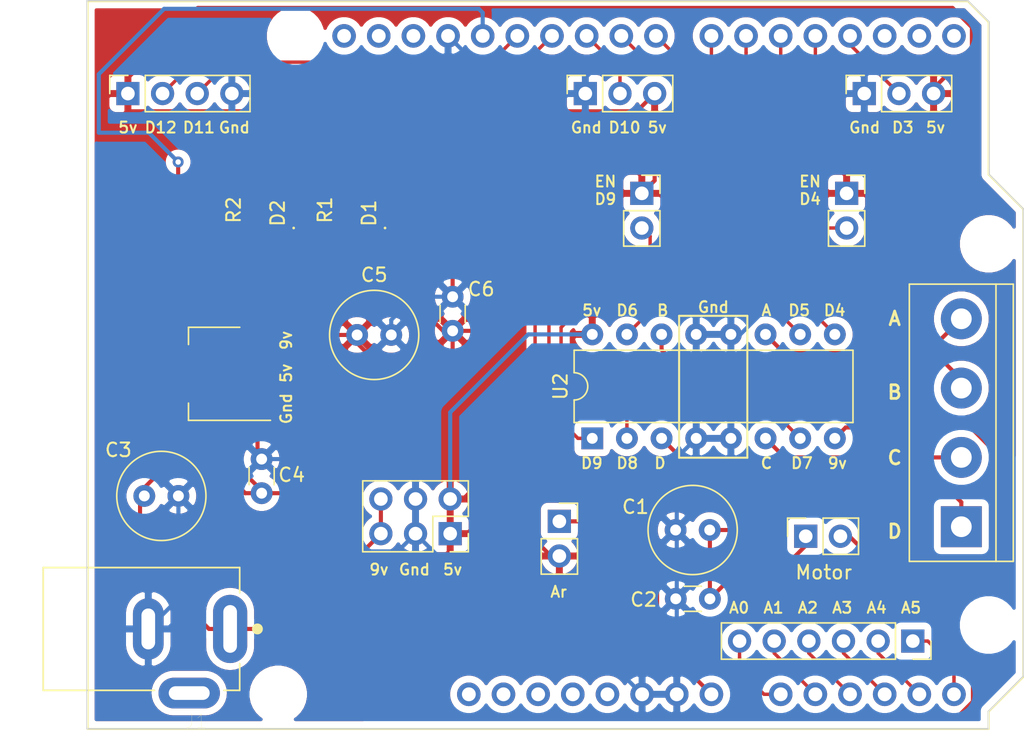
<source format=kicad_pcb>
(kicad_pcb (version 20171130) (host pcbnew "(5.1.5)-3")
  (title_block (title Arduino_Hat_v2.0) (date 12/29/2019) (rev Rev-2.0) (company "Manan R.Gandhi"))
  (layers (0 F.Cu signal) (31 B.Cu signal) (34 B.Paste user) (35 F.Paste user) (36 B.SilkS user) (37 F.SilkS user) (38 B.Mask user) (39 F.Mask user) (44 Edge.Cuts user))
  (net 0 "")
  (net 1 "Net-(D1-Pad2)")
  (net 2 GND)
  (net 3 "Net-(J1-Pad3)")
  (net 4 /9V)
  (net 5 5V)
  (net 6 A0)
  (net 7 A1)
  (net 8 A2)
  (net 9 A3)
  (net 10 A4)
  (net 11 A5)
  (net 12 "Net-(U2-Pad15)")
  (net 13 "Net-(U2-Pad7)")
  (net 14 "Net-(U2-Pad10)")
  (net 15 "Net-(U2-Pad2)")
  (net 16 "Net-(XA1-PadAREF)")
  (net 17 "Net-(XA1-PadSDA)")
  (net 18 "Net-(XA1-PadSCL)")
  (net 19 "Net-(XA1-PadD2)")
  (net 20 "Net-(XA1-PadD1)")
  (net 21 "Net-(XA1-PadD0)")
  (net 22 "Net-(XA1-PadIORF)")
  (net 23 "Net-(XA1-PadRST1)")
  (net 24 "Net-(XA1-Pad3V3)")
  (net 25 "Net-(XA1-Pad5V1)")
  (net 26 /mot)
  (net 27 /mot3)
  (net 28 /mot2)
  (net 29 /mot1)
  (net 30 D11)
  (net 31 D12)
  (net 32 D10)
  (net 33 "Net-(J8-Pad2)")
  (net 34 "Net-(J9-Pad2)")
  (net 35 "Net-(J10-Pad1)")
  (net 36 "Net-(C1-Pad2)")
  (net 37 "Net-(D2-Pad2)")
  (net 38 D3)
  (net 39 D13)
  (module Package_TO_SOT_SMD:SOT-223-3_TabPin2 (layer F.Cu) (at 150.749 114.65 180)
    (fp_text reference U1 hide)
    (fp_text value AMS1117-5.0)
    (pad 1 smd rect (at -3.15 -2.3 180) (size 2 1.5) (layers F.Cu F.Paste F.Mask) (net 2 GND))
    (pad 3 smd rect (at -3.15 2.3 180) (size 2 1.5) (layers F.Cu F.Paste F.Mask) (net 4 /9V))
    (pad 2 smd rect (at -3.15 0 180) (size 2 1.5) (layers F.Cu F.Paste F.Mask) (net 5 5V))
    (pad 2 smd rect (at 3.15 0 180) (size 2 3.8) (layers F.Cu F.Paste F.Mask) (net 5 5V))
  )
  (module Arduino:Arduino_Uno_Shield_Without (layer F.Cu) (at 141.448 140.681)
    (fp_text reference XA1 hide)
    (fp_text value Arduino_Uno_Shield)
    (pad A5 thru_hole oval (at 63.5 -2.54) (size 1.7272 1.7272) (drill 1.016) (layers *.Cu *.Mask) (net 11 A5))
    (pad A4 thru_hole oval (at 60.96 -2.54) (size 1.7272 1.7272) (drill 1.016) (layers *.Cu *.Mask) (net 10 A4))
    (pad A3 thru_hole oval (at 58.42 -2.54) (size 1.7272 1.7272) (drill 1.016) (layers *.Cu *.Mask) (net 9 A3))
    (pad A2 thru_hole oval (at 55.88 -2.54) (size 1.7272 1.7272) (drill 1.016) (layers *.Cu *.Mask) (net 8 A2))
    (pad A1 thru_hole oval (at 53.34 -2.54) (size 1.7272 1.7272) (drill 1.016) (layers *.Cu *.Mask) (net 7 A1))
    (pad "" thru_hole oval (at 27.94 -2.54) (size 1.7272 1.7272) (drill 1.016) (layers *.Cu *.Mask))
    (pad D11 thru_hole oval (at 34.036 -50.8) (size 1.7272 1.7272) (drill 1.016) (layers *.Cu *.Mask) (net 30 D11))
    (pad D12 thru_hole oval (at 31.496 -50.8) (size 1.7272 1.7272) (drill 1.016) (layers *.Cu *.Mask) (net 31 D12))
    (pad D13 thru_hole oval (at 28.956 -50.8) (size 1.7272 1.7272) (drill 1.016) (layers *.Cu *.Mask) (net 39 D13))
    (pad AREF thru_hole oval (at 23.876 -50.8) (size 1.7272 1.7272) (drill 1.016) (layers *.Cu *.Mask) (net 16 "Net-(XA1-PadAREF)"))
    (pad SDA thru_hole oval (at 21.336 -50.8) (size 1.7272 1.7272) (drill 1.016) (layers *.Cu *.Mask) (net 17 "Net-(XA1-PadSDA)"))
    (pad SCL thru_hole oval (at 18.796 -50.8) (size 1.7272 1.7272) (drill 1.016) (layers *.Cu *.Mask) (net 18 "Net-(XA1-PadSCL)"))
    (pad "" np_thru_hole circle (at 13.97 -2.54) (size 3.2 3.2) (drill 3.2) (layers *.Cu *.Mask))
    (pad "" np_thru_hole circle (at 15.24 -50.8) (size 3.2 3.2) (drill 3.2) (layers *.Cu *.Mask))
    (pad "" np_thru_hole circle (at 66.04 -35.56) (size 3.2 3.2) (drill 3.2) (layers *.Cu *.Mask))
    (pad "" np_thru_hole circle (at 66.04 -7.62) (size 3.2 3.2) (drill 3.2) (layers *.Cu *.Mask))
    (pad D10 thru_hole oval (at 36.576 -50.8) (size 1.7272 1.7272) (drill 1.016) (layers *.Cu *.Mask) (net 32 D10))
    (pad D9 thru_hole oval (at 39.116 -50.8) (size 1.7272 1.7272) (drill 1.016) (layers *.Cu *.Mask) (net 33 "Net-(J8-Pad2)"))
    (pad D8 thru_hole oval (at 41.656 -50.8) (size 1.7272 1.7272) (drill 1.016) (layers *.Cu *.Mask) (net 15 "Net-(U2-Pad2)"))
    (pad GND1 thru_hole oval (at 26.416 -50.8) (size 1.7272 1.7272) (drill 1.016) (layers *.Cu *.Mask) (net 2 GND))
    (pad D7 thru_hole oval (at 45.72 -50.8) (size 1.7272 1.7272) (drill 1.016) (layers *.Cu *.Mask) (net 13 "Net-(U2-Pad7)"))
    (pad D6 thru_hole oval (at 48.26 -50.8) (size 1.7272 1.7272) (drill 1.016) (layers *.Cu *.Mask) (net 12 "Net-(U2-Pad15)"))
    (pad D5 thru_hole oval (at 50.8 -50.8) (size 1.7272 1.7272) (drill 1.016) (layers *.Cu *.Mask) (net 14 "Net-(U2-Pad10)"))
    (pad D4 thru_hole oval (at 53.34 -50.8) (size 1.7272 1.7272) (drill 1.016) (layers *.Cu *.Mask) (net 34 "Net-(J9-Pad2)"))
    (pad D3 thru_hole oval (at 55.88 -50.8) (size 1.7272 1.7272) (drill 1.016) (layers *.Cu *.Mask) (net 38 D3))
    (pad D2 thru_hole oval (at 58.42 -50.8) (size 1.7272 1.7272) (drill 1.016) (layers *.Cu *.Mask) (net 19 "Net-(XA1-PadD2)"))
    (pad D1 thru_hole oval (at 60.96 -50.8) (size 1.7272 1.7272) (drill 1.016) (layers *.Cu *.Mask) (net 20 "Net-(XA1-PadD1)"))
    (pad D0 thru_hole oval (at 63.5 -50.8) (size 1.7272 1.7272) (drill 1.016) (layers *.Cu *.Mask) (net 21 "Net-(XA1-PadD0)"))
    (pad IORF thru_hole oval (at 30.48 -2.54) (size 1.7272 1.7272) (drill 1.016) (layers *.Cu *.Mask) (net 22 "Net-(XA1-PadIORF)"))
    (pad RST1 thru_hole oval (at 33.02 -2.54) (size 1.7272 1.7272) (drill 1.016) (layers *.Cu *.Mask) (net 23 "Net-(XA1-PadRST1)"))
    (pad 3V3 thru_hole oval (at 35.56 -2.54) (size 1.7272 1.7272) (drill 1.016) (layers *.Cu *.Mask) (net 24 "Net-(XA1-Pad3V3)"))
    (pad 5V1 thru_hole oval (at 38.1 -2.54) (size 1.7272 1.7272) (drill 1.016) (layers *.Cu *.Mask) (net 25 "Net-(XA1-Pad5V1)"))
    (pad GND2 thru_hole oval (at 40.64 -2.54) (size 1.7272 1.7272) (drill 1.016) (layers *.Cu *.Mask) (net 2 GND))
    (pad GND3 thru_hole oval (at 43.18 -2.54) (size 1.7272 1.7272) (drill 1.016) (layers *.Cu *.Mask) (net 2 GND))
    (pad VIN thru_hole oval (at 45.72 -2.54) (size 1.7272 1.7272) (drill 1.016) (layers *.Cu *.Mask) (net 35 "Net-(J10-Pad1)"))
    (pad A0 thru_hole oval (at 50.8 -2.54) (size 1.7272 1.7272) (drill 1.016) (layers *.Cu *.Mask) (net 6 A0))
  )
  (module LED_SMD:LED_0402_1005Metric (layer F.Cu) (at 163.2458 102.8714 90)
    (fp_text reference D1 (at 0 -1.17 90) (layer F.SilkS))
    (fp_text value LED)
    (pad 1 smd roundrect (at -0.485 0 90) (size 0.59 0.64) (layers F.Cu F.Paste F.Mask) (net 2 GND))
    (pad 2 smd roundrect (at 0.485 0 90) (size 0.59 0.64) (layers F.Cu F.Paste F.Mask) (net 1 "Net-(D1-Pad2)"))
  )
  (module Connector_PinSocket_2.54mm:PinSocket_1x02_P2.54mm_Vertical (layer F.Cu) (at 194.0814 126.5555 90)
    (fp_text reference Motor (at -2.6445 1.3186 180) (layer F.SilkS))
    (fp_text value Conn_01x02_Male)
    (pad 2 thru_hole oval (at 0 2.54 90) (size 1.7 1.7) (drill 1) (layers *.Cu *.Mask) (net 4 /9V))
    (pad 1 thru_hole rect (at 0 0 90) (size 1.7 1.7) (drill 1) (layers *.Cu *.Mask) (net 36 "Net-(C1-Pad2)"))
  )
  (module Connector_PinSocket_2.54mm:PinSocket_1x02_P2.54mm_Vertical (layer F.Cu) (at 176.022 125.4633)
    (fp_text reference Ar (at -0.0508 5.1689) (layer F.SilkS) (effects (font (size 0.8 0.8))))
    (fp_text value Conn_01x02_Male)
    (pad 2 thru_hole oval (at 0 2.54) (size 1.7 1.7) (drill 1) (layers *.Cu *.Mask) (net 5 5V))
    (pad 1 thru_hole rect (at 0 0) (size 1.7 1.7) (drill 1) (layers *.Cu *.Mask) (net 35 "Net-(J10-Pad1)"))
  )
  (module Connector_PinSocket_2.54mm:PinSocket_1x02_P2.54mm_Vertical (layer F.Cu) (at 197.0786 101.4222)
    (fp_text reference J9 hide)
    (fp_text value Conn_01x02_Male)
    (pad 2 thru_hole oval (at 0 2.54) (size 1.7 1.7) (drill 1) (layers *.Cu *.Mask) (net 34 "Net-(J9-Pad2)"))
    (pad 1 thru_hole rect (at 0 0) (size 1.7 1.7) (drill 1) (layers *.Cu *.Mask) (net 5 5V))
  )
  (module Connector_PinSocket_2.54mm:PinSocket_1x02_P2.54mm_Vertical (layer F.Cu) (at 182.0672 101.4222)
    (fp_text reference J8 hide)
    (fp_text value Conn_01x02_Male)
    (pad 2 thru_hole oval (at 0 2.54) (size 1.7 1.7) (drill 1) (layers *.Cu *.Mask) (net 33 "Net-(J8-Pad2)"))
    (pad 1 thru_hole rect (at 0 0) (size 1.7 1.7) (drill 1) (layers *.Cu *.Mask) (net 5 5V))
  )
  (module Package_DIP:DIP-16_W7.62mm (layer F.Cu) (at 178.435 119.38 90)
    (fp_text reference U2 (at 3.81 -2.33 90) (layer F.SilkS))
    (fp_text value L293D)
    (pad 16 thru_hole oval (at 7.62 0 90) (size 1.6 1.6) (drill 0.8) (layers *.Cu *.Mask) (net 5 5V))
    (pad 8 thru_hole oval (at 0 17.78 90) (size 1.6 1.6) (drill 0.8) (layers *.Cu *.Mask) (net 36 "Net-(C1-Pad2)"))
    (pad 15 thru_hole oval (at 7.62 2.54 90) (size 1.6 1.6) (drill 0.8) (layers *.Cu *.Mask) (net 12 "Net-(U2-Pad15)"))
    (pad 7 thru_hole oval (at 0 15.24 90) (size 1.6 1.6) (drill 0.8) (layers *.Cu *.Mask) (net 13 "Net-(U2-Pad7)"))
    (pad 14 thru_hole oval (at 7.62 5.08 90) (size 1.6 1.6) (drill 0.8) (layers *.Cu *.Mask) (net 28 /mot2))
    (pad 6 thru_hole oval (at 0 12.7 90) (size 1.6 1.6) (drill 0.8) (layers *.Cu *.Mask) (net 29 /mot1))
    (pad 13 thru_hole oval (at 7.62 7.62 90) (size 1.6 1.6) (drill 0.8) (layers *.Cu *.Mask) (net 2 GND))
    (pad 5 thru_hole oval (at 0 10.16 90) (size 1.6 1.6) (drill 0.8) (layers *.Cu *.Mask) (net 2 GND))
    (pad 12 thru_hole oval (at 7.62 10.16 90) (size 1.6 1.6) (drill 0.8) (layers *.Cu *.Mask) (net 2 GND))
    (pad 4 thru_hole oval (at 0 7.62 90) (size 1.6 1.6) (drill 0.8) (layers *.Cu *.Mask) (net 2 GND))
    (pad 11 thru_hole oval (at 7.62 12.7 90) (size 1.6 1.6) (drill 0.8) (layers *.Cu *.Mask) (net 27 /mot3))
    (pad 3 thru_hole oval (at 0 5.08 90) (size 1.6 1.6) (drill 0.8) (layers *.Cu *.Mask) (net 26 /mot))
    (pad 10 thru_hole oval (at 7.62 15.24 90) (size 1.6 1.6) (drill 0.8) (layers *.Cu *.Mask) (net 14 "Net-(U2-Pad10)"))
    (pad 2 thru_hole oval (at 0 2.54 90) (size 1.6 1.6) (drill 0.8) (layers *.Cu *.Mask) (net 15 "Net-(U2-Pad2)"))
    (pad 9 thru_hole oval (at 7.62 17.78 90) (size 1.6 1.6) (drill 0.8) (layers *.Cu *.Mask) (net 34 "Net-(J9-Pad2)"))
    (pad 1 thru_hole rect (at 0 0 90) (size 1.6 1.6) (drill 0.8) (layers *.Cu *.Mask) (net 33 "Net-(J8-Pad2)"))
  )
  (module Connector_PinSocket_2.54mm:PinSocket_1x03_P2.54mm_Vertical (layer F.Cu) (at 198.374 94.107 90)
    (fp_text reference J7 hide)
    (fp_text value Conn_01x03_Male)
    (pad 3 thru_hole oval (at 0 5.08 90) (size 1.7 1.7) (drill 1) (layers *.Cu *.Mask) (net 5 5V))
    (pad 2 thru_hole oval (at 0 2.54 90) (size 1.7 1.7) (drill 1) (layers *.Cu *.Mask) (net 38 D3))
    (pad 1 thru_hole rect (at 0 0 90) (size 1.7 1.7) (drill 1) (layers *.Cu *.Mask) (net 2 GND))
  )
  (module Connector_PinSocket_2.54mm:PinSocket_1x03_P2.54mm_Vertical (layer F.Cu) (at 177.927 94.107 90)
    (fp_text reference J6 hide)
    (fp_text value Conn_01x03_Male)
    (pad 3 thru_hole oval (at 0 5.08 90) (size 1.7 1.7) (drill 1) (layers *.Cu *.Mask) (net 5 5V))
    (pad 2 thru_hole oval (at 0 2.54 90) (size 1.7 1.7) (drill 1) (layers *.Cu *.Mask) (net 32 D10))
    (pad 1 thru_hole rect (at 0 0 90) (size 1.7 1.7) (drill 1) (layers *.Cu *.Mask) (net 2 GND))
  )
  (module TerminalBlock:TerminalBlock_bornier-4_P5.08mm (layer F.Cu) (at 205.486 125.857 90)
    (fp_text reference J5 hide)
    (fp_text value Screw_Terminal_01x04)
    (pad 4 thru_hole circle (at 15.24 0 90) (size 3 3) (drill 1.52) (layers *.Cu *.Mask) (net 27 /mot3))
    (pad 1 thru_hole rect (at 0 0 90) (size 3 3) (drill 1.52) (layers *.Cu *.Mask) (net 26 /mot))
    (pad 3 thru_hole circle (at 10.16 0 90) (size 3 3) (drill 1.52) (layers *.Cu *.Mask) (net 28 /mot2))
    (pad 2 thru_hole circle (at 5.08 0 90) (size 3 3) (drill 1.52) (layers *.Cu *.Mask) (net 29 /mot1))
  )
  (module Connector_PinSocket_2.54mm:PinSocket_1x06_P2.54mm_Vertical (layer F.Cu) (at 201.93 134.239 270)
    (fp_text reference J4 hide)
    (fp_text value Conn_01x06_Male)
    (pad 6 thru_hole oval (at 0 12.7 270) (size 1.7 1.7) (drill 1) (layers *.Cu *.Mask) (net 6 A0))
    (pad 5 thru_hole oval (at 0 10.16 270) (size 1.7 1.7) (drill 1) (layers *.Cu *.Mask) (net 7 A1))
    (pad 4 thru_hole oval (at 0 7.62 270) (size 1.7 1.7) (drill 1) (layers *.Cu *.Mask) (net 8 A2))
    (pad 3 thru_hole oval (at 0 5.08 270) (size 1.7 1.7) (drill 1) (layers *.Cu *.Mask) (net 9 A3))
    (pad 2 thru_hole oval (at 0 2.54 270) (size 1.7 1.7) (drill 1) (layers *.Cu *.Mask) (net 10 A4))
    (pad 1 thru_hole rect (at 0 0 270) (size 1.7 1.7) (drill 1) (layers *.Cu *.Mask) (net 11 A5))
  )
  (module Connector_PinSocket_2.54mm:PinSocket_1x04_P2.54mm_Vertical (layer F.Cu) (at 144.399 94.107 90)
    (fp_text reference J3 hide)
    (fp_text value Conn_01x04_Male)
    (pad 4 thru_hole oval (at 0 7.62 90) (size 1.7 1.7) (drill 1) (layers *.Cu *.Mask) (net 2 GND))
    (pad 3 thru_hole oval (at 0 5.08 90) (size 1.7 1.7) (drill 1) (layers *.Cu *.Mask) (net 30 D11))
    (pad 2 thru_hole oval (at 0 2.54 90) (size 1.7 1.7) (drill 1) (layers *.Cu *.Mask) (net 31 D12))
    (pad 1 thru_hole rect (at 0 0 90) (size 1.7 1.7) (drill 1) (layers *.Cu *.Mask) (net 5 5V))
  )
  (module Connector_PinSocket_2.54mm:PinSocket_2x03_P2.54mm_Vertical (layer F.Cu) (at 168.021 126.365 270)
    (fp_text reference J2 hide)
    (fp_text value Conn_02x03_Odd_Even)
    (pad 6 thru_hole oval (at -2.54 5.08 270) (size 1.7 1.7) (drill 1) (layers *.Cu *.Mask) (net 4 /9V))
    (pad 5 thru_hole oval (at 0 5.08 270) (size 1.7 1.7) (drill 1) (layers *.Cu *.Mask) (net 4 /9V))
    (pad 4 thru_hole oval (at -2.54 2.54 270) (size 1.7 1.7) (drill 1) (layers *.Cu *.Mask) (net 2 GND))
    (pad 3 thru_hole oval (at 0 2.54 270) (size 1.7 1.7) (drill 1) (layers *.Cu *.Mask) (net 2 GND))
    (pad 2 thru_hole oval (at -2.54 0 270) (size 1.7 1.7) (drill 1) (layers *.Cu *.Mask) (net 5 5V))
    (pad 1 thru_hole rect (at 0 0 270) (size 1.7 1.7) (drill 1) (layers *.Cu *.Mask) (net 5 5V))
  )
  (module Connector_BarrelJack:CUI_PJ-002A (layer F.Cu) (at 151.892 133.35 180)
    (fp_text reference J1 (at 2.487052 -6.770615) (layer F.SilkS) (effects (font (size 1.000827 1.000827) (thickness 0.015))))
    (fp_text value Barrel_Jack_Switch)
    (pad 3 thru_hole oval (at 3 -4.7 180) (size 4.5 2.25) (drill oval 3 1) (layers *.Cu *.Mask) (net 3 "Net-(J1-Pad3)"))
    (pad 2 thru_hole oval (at 6 0 180) (size 2.25 4.5) (drill oval 1 3) (layers *.Cu *.Mask) (net 2 GND))
    (pad 1 thru_hole oval (at 0 0 180) (size 2.5 5) (drill oval 1 3.5) (layers *.Cu *.Mask) (net 4 /9V))
  )
  (module Resistor_SMD:R_0201_0603Metric (layer F.Cu) (at 153.2001 102.6414 90)
    (fp_text reference R2 (at 0 -1.05 90) (layer F.SilkS))
    (fp_text value R_US hide)
    (pad 1 smd roundrect (at -0.32 0 90) (size 0.46 0.4) (layers F.Cu F.Mask) (net 39 D13))
    (pad 2 smd roundrect (at 0.32 0 90) (size 0.46 0.4) (layers F.Cu F.Mask) (net 37 "Net-(D2-Pad2)"))
  )
  (module Capacitor_THT:C_Radial_D6.3mm_H5.0mm_P2.50mm (layer F.Cu) (at 184.5437 126.0983)
    (fp_text reference C1 (at -2.9437 -1.6983) (layer F.SilkS))
    (fp_text value C_Small)
    (pad 1 thru_hole circle (at 0 0) (size 1.6 1.6) (drill 0.8) (layers *.Cu *.Mask) (net 2 GND))
    (pad 2 thru_hole circle (at 2.5 0) (size 1.6 1.6) (drill 0.8) (layers *.Cu *.Mask) (net 36 "Net-(C1-Pad2)"))
  )
  (module Capacitor_THT:C_Disc_D3.0mm_W1.6mm_P2.50mm (layer F.Cu) (at 184.5564 131.1402)
    (fp_text reference C2 (at -2.3564 0.0598) (layer F.SilkS))
    (fp_text value C_Small)
    (pad 1 thru_hole circle (at 0 0) (size 1.6 1.6) (drill 0.8) (layers *.Cu *.Mask) (net 2 GND))
    (pad 2 thru_hole circle (at 2.5 0) (size 1.6 1.6) (drill 0.8) (layers *.Cu *.Mask) (net 36 "Net-(C1-Pad2)"))
  )
  (module Resistor_SMD:R_0201_0603Metric (layer F.Cu) (at 159.897232 102.6414 90)
    (fp_text reference R1 (at 0 -1.05 90) (layer F.SilkS))
    (fp_text value R_US hide)
    (pad 1 smd roundrect (at -0.32 0 90) (size 0.46 0.4) (layers F.Cu F.Mask) (net 5 5V))
    (pad 2 smd roundrect (at 0.32 0 90) (size 0.46 0.4) (layers F.Cu F.Mask) (net 1 "Net-(D1-Pad2)"))
  )
  (module LED_SMD:LED_0402_1005Metric (layer F.Cu) (at 156.548666 102.8714 90)
    (fp_text reference D2 (at 0 -1.17 90) (layer F.SilkS))
    (fp_text value LED hide)
    (pad 2 smd roundrect (at 0.485 0 90) (size 0.59 0.64) (layers F.Cu F.Paste F.Mask) (net 37 "Net-(D2-Pad2)"))
    (pad 1 smd roundrect (at -0.485 0 90) (size 0.59 0.64) (layers F.Cu F.Paste F.Mask) (net 2 GND))
  )
  (module Capacitor_THT:C_Radial_D6.3mm_H5.0mm_P2.50mm (layer F.Cu) (at 145.6 123.6)
    (fp_text reference C3 (at -1.8995 -3.3691) (layer F.SilkS))
    (fp_text value CP1_Small)
    (pad 2 thru_hole circle (at 2.5 0) (size 1.6 1.6) (drill 0.8) (layers *.Cu *.Mask) (net 2 GND))
    (pad 1 thru_hole circle (at 0 0) (size 1.6 1.6) (drill 0.8) (layers *.Cu *.Mask) (net 4 /9V))
  )
  (module Capacitor_THT:C_Disc_D3.0mm_W1.6mm_P2.50mm (layer F.Cu) (at 154.2 123.4 90)
    (fp_text reference C4 (at 1.3403 2.2005 180) (layer F.SilkS))
    (fp_text value CP1_Small)
    (pad 2 thru_hole circle (at 2.5 0 90) (size 1.6 1.6) (drill 0.8) (layers *.Cu *.Mask) (net 2 GND))
    (pad 1 thru_hole circle (at 0 0 90) (size 1.6 1.6) (drill 0.8) (layers *.Cu *.Mask) (net 4 /9V))
  )
  (module Capacitor_THT:C_Radial_D6.3mm_H5.0mm_P2.50mm (layer F.Cu) (at 161.2 111.8)
    (fp_text reference C5 (at 1.25 -4.4) (layer F.SilkS))
    (fp_text value CP1_Small)
    (pad 1 thru_hole circle (at 0 0) (size 1.6 1.6) (drill 0.8) (layers *.Cu *.Mask) (net 5 5V))
    (pad 2 thru_hole circle (at 2.5 0) (size 1.6 1.6) (drill 0.8) (layers *.Cu *.Mask) (net 2 GND))
  )
  (module Capacitor_THT:C_Disc_D3.0mm_W1.6mm_P2.50mm (layer F.Cu) (at 168.2 111.5 90)
    (fp_text reference C6 (at 3.0547 2.0943 180) (layer F.SilkS))
    (fp_text value CP1_Small)
    (pad 1 thru_hole circle (at 0 0 90) (size 1.6 1.6) (drill 0.8) (layers *.Cu *.Mask) (net 5 5V))
    (pad 2 thru_hole circle (at 2.5 0 90) (size 1.6 1.6) (drill 0.8) (layers *.Cu *.Mask) (net 2 GND))
  )
  (gr_text Gnd (at 187.3123 109.7661) (layer F.SilkS) (effects (font (size 0.8 0.8))))
  (gr_text C (at 200.6 120.8) (layer F.SilkS) (effects (font (size 1 1) (thickness 0.2))))
  (gr_text C (at 191.2 121.2) (layer F.SilkS) (effects (font (size 0.8 0.8))))
  (gr_text D (at 200.6 126.2) (layer F.SilkS) (effects (font (size 1 1) (thickness 0.2))))
  (gr_text B (at 200.6 116) (layer F.SilkS) (effects (font (size 1 1) (thickness 0.2))))
  (gr_text "A\n" (at 200.6 110.6) (layer F.SilkS) (effects (font (size 1 1) (thickness 0.2))))
  (gr_text D (at 183.4 121.2) (layer F.SilkS) (effects (font (size 0.8 0.8))))
  (gr_text C (at 191.2 121.2) (layer F.SilkS) (effects (font (size 0.8 0.8))))
  (gr_text B (at 183.6 110) (layer F.SilkS) (effects (font (size 0.8 0.8))))
  (gr_text "A\n" (at 191.2 110) (layer F.SilkS) (effects (font (size 0.8 0.8))))
  (gr_line (start 184.8 120.8) (end 184.8 110.4) (layer F.SilkS) (width 0.15))
  (gr_line (start 189.8 120.8) (end 184.8 120.8) (layer F.SilkS) (width 0.15))
  (gr_line (start 189.8 110.4) (end 189.8 120.8) (layer F.SilkS) (width 0.15))
  (gr_line (start 184.8 110.4) (end 189.8 110.4) (layer F.SilkS) (width 0.15))
  (gr_text "9v\n" (at 196.4 121.2) (layer F.SilkS) (effects (font (size 0.8 0.8))))
  (gr_text "D7\n" (at 193.8 121.2) (layer F.SilkS) (effects (font (size 0.8 0.8))))
  (gr_text "D8\n" (at 181 121.2) (layer F.SilkS) (effects (font (size 0.8 0.8))))
  (gr_text "D9\n" (at 178.4 121.2) (layer F.SilkS) (effects (font (size 0.8 0.8))))
  (gr_text D4 (at 196.2 110) (layer F.SilkS) (effects (font (size 0.8 0.8))))
  (gr_text D5 (at 193.6 110) (layer F.SilkS) (effects (font (size 0.8 0.8))))
  (gr_text D6 (at 181 110) (layer F.SilkS) (effects (font (size 0.8 0.8))))
  (gr_text 5v (at 178.4 110) (layer F.SilkS) (effects (font (size 0.8 0.8))))
  (gr_text A5 (at 201.8 131.8) (layer F.SilkS) (effects (font (size 0.8 0.8))))
  (gr_text "A4\n" (at 199.28 131.8) (layer F.SilkS) (effects (font (size 0.8 0.8))))
  (gr_text A3 (at 196.76 131.8) (layer F.SilkS) (effects (font (size 0.8 0.8))))
  (gr_text "A2\n" (at 194.24 131.8) (layer F.SilkS) (effects (font (size 0.8 0.8))))
  (gr_text "A1\n" (at 191.72 131.8) (layer F.SilkS) (effects (font (size 0.8 0.8))))
  (gr_text A0 (at 189.2 131.8) (layer F.SilkS) (effects (font (size 0.8 0.8))))
  (gr_text 5v (at 156 114.6 90) (layer F.SilkS) (effects (font (size 0.8 0.8))))
  (gr_text Gnd (at 156 117.2 90) (layer F.SilkS) (effects (font (size 0.8 0.8))))
  (gr_text 9v (at 156 112.2 90) (layer F.SilkS) (effects (font (size 0.8 0.8))))
  (gr_text 9v (at 162.8 129) (layer F.SilkS) (effects (font (size 0.8 0.8))))
  (gr_text Gnd (at 165.4 129) (layer F.SilkS) (effects (font (size 0.8 0.8))))
  (gr_text 5v (at 168.2 129) (layer F.SilkS) (effects (font (size 0.8 0.8))))
  (gr_text "EN\nD4" (at 194.4 101.2) (layer F.SilkS) (effects (font (size 0.8 0.8))))
  (gr_text "EN\nD9\n" (at 179.4 101.2) (layer F.SilkS) (effects (font (size 0.8 0.8))))
  (gr_text D12 (at 146.8 96.6) (layer F.SilkS) (effects (font (size 0.8 0.8))))
  (gr_text Gnd (at 152.2 96.6) (layer F.SilkS) (effects (font (size 0.8 0.8))))
  (gr_text D11 (at 149.6 96.6) (layer F.SilkS) (effects (font (size 0.8 0.8))))
  (gr_text 5v (at 144.4 96.6) (layer F.SilkS) (effects (font (size 0.8 0.8))))
  (gr_text Gnd (at 198.4 96.6) (layer F.SilkS) (effects (font (size 0.8 0.8))))
  (gr_text "D3\n" (at 201.2 96.6) (layer F.SilkS) (effects (font (size 0.8 0.8))))
  (gr_text 5v (at 203.6 96.6) (layer F.SilkS) (effects (font (size 0.8 0.8))))
  (gr_text Gnd (at 178 96.6) (layer F.SilkS) (effects (font (size 0.8 0.8))))
  (gr_text D10 (at 180.8 96.6) (layer F.SilkS) (effects (font (size 0.8 0.8))))
  (gr_text 5v (at 183.2 96.6) (layer F.SilkS) (effects (font (size 0.8 0.8))))
  (gr_line (start 141.4018 140.6652) (end 141.4526 140.6652) (layer Edge.Cuts) (width 0.1))
  (gr_line (start 141.4018 87.2998) (end 141.4018 140.6652) (layer Edge.Cuts) (width 0.1))
  (gr_line (start 205.9686 87.2998) (end 141.4018 87.2998) (layer Edge.Cuts) (width 0.1))
  (gr_line (start 207.518 88.8492) (end 205.9686 87.2998) (layer Edge.Cuts) (width 0.1))
  (gr_line (start 207.518 100.0252) (end 207.518 88.8492) (layer Edge.Cuts) (width 0.1))
  (gr_line (start 210.0326 102.5652) (end 207.518 100.0252) (layer Edge.Cuts) (width 0.1))
  (gr_line (start 210.0326 136.8044) (end 210.0326 102.5652) (layer Edge.Cuts) (width 0.1))
  (gr_line (start 207.4672 139.3952) (end 210.0326 136.8044) (layer Edge.Cuts) (width 0.1))
  (gr_line (start 207.4672 139.4206) (end 207.4672 139.3952) (layer Edge.Cuts) (width 0.1))
  (gr_line (start 207.4672 140.6652) (end 207.4672 139.4206) (layer Edge.Cuts) (width 0.1))
  (gr_line (start 141.4526 140.6652) (end 207.4672 140.6652) (layer Edge.Cuts) (width 0.1))
  (segment (start 163.2458 102.3864) (end 163.2458 102.0191) (width 0.25) (layer F.Cu) (net 1))
  (segment (start 163.2458 102.0191) (end 162.814 101.5873) (width 0.25) (layer F.Cu) (net 1))
  (segment (start 162.814 101.5873) (end 160.1216 101.5873) (width 0.25) (layer F.Cu) (net 1))
  (segment (start 159.897232 101.811668) (end 159.897232 102.30639) (width 0.25) (layer F.Cu) (net 1))
  (segment (start 160.1216 101.5873) (end 159.897232 101.811668) (width 0.25) (layer F.Cu) (net 1))
  (segment (start 186.055 111.76) (end 188.595 111.76) (width 0.3) (layer B.Cu) (net 2))
  (segment (start 188.595 111.76) (end 188.595 119.38) (width 0.3) (layer B.Cu) (net 2))
  (segment (start 186.055 119.38) (end 188.595 119.38) (width 0.3) (layer B.Cu) (net 2))
  (segment (start 186.055 119.38) (end 186.055 112.395) (width 0.3) (layer B.Cu) (net 2))
  (segment (start 186.055 112.395) (end 186.055 111.76) (width 0.3) (layer B.Cu) (net 2))
  (segment (start 198.374 106.426) (end 195.58 109.22) (width 0.3) (layer B.Cu) (net 2))
  (segment (start 191.824998 109.22) (end 189.284998 111.76) (width 0.3) (layer B.Cu) (net 2))
  (segment (start 195.58 109.22) (end 191.824998 109.22) (width 0.3) (layer B.Cu) (net 2))
  (segment (start 198.374 92.957) (end 196.857 91.44) (width 0.3) (layer B.Cu) (net 2))
  (segment (start 198.374 94.107) (end 198.374 92.957) (width 0.3) (layer B.Cu) (net 2))
  (segment (start 177.927 92.957) (end 177.927 94.107) (width 0.3) (layer B.Cu) (net 2))
  (segment (start 179.444 91.44) (end 177.927 92.957) (width 0.3) (layer B.Cu) (net 2))
  (segment (start 196.857 91.44) (end 179.444 91.44) (width 0.3) (layer B.Cu) (net 2))
  (segment (start 147.317 133.35) (end 154.1765 126.4905) (width 0.3) (layer B.Cu) (net 2))
  (segment (start 145.892 133.35) (end 147.317 133.35) (width 0.3) (layer B.Cu) (net 2))
  (segment (start 165.481 123.825) (end 165.481 125.749002) (width 0.3) (layer B.Cu) (net 2))
  (segment (start 182.088 138.141) (end 184.628 138.141) (width 0.3) (layer B.Cu) (net 2))
  (segment (start 184.628 120.807) (end 184.628 138.141) (width 0.3) (layer B.Cu) (net 2))
  (segment (start 186.055 119.38) (end 184.628 120.807) (width 0.3) (layer B.Cu) (net 2))
  (segment (start 165.481 126.365) (end 168.656 129.54) (width 0.3) (layer B.Cu) (net 2))
  (segment (start 173.487 129.54) (end 182.088 138.141) (width 0.3) (layer B.Cu) (net 2))
  (segment (start 168.656 129.54) (end 173.487 129.54) (width 0.3) (layer B.Cu) (net 2))
  (segment (start 164.434999 127.411001) (end 165.481 126.365) (width 0.3) (layer B.Cu) (net 2))
  (segment (start 154.576499 126.090501) (end 159.110501 126.090501) (width 0.3) (layer B.Cu) (net 2))
  (segment (start 160.685001 127.665001) (end 164.434999 127.665001) (width 0.3) (layer B.Cu) (net 2))
  (segment (start 154.1765 126.4905) (end 154.576499 126.090501) (width 0.3) (layer B.Cu) (net 2))
  (segment (start 159.110501 126.090501) (end 160.685001 127.665001) (width 0.3) (layer B.Cu) (net 2))
  (segment (start 164.434999 127.665001) (end 164.434999 127.411001) (width 0.3) (layer B.Cu) (net 2))
  (segment (start 172.09 94.107) (end 152.019 94.107) (width 0.3) (layer B.Cu) (net 2))
  (segment (start 172.09 94.107) (end 177.927 94.107) (width 0.3) (layer B.Cu) (net 2))
  (segment (start 167.864 89.881) (end 172.09 94.107) (width 0.3) (layer B.Cu) (net 2))
  (segment (start 198.374 94.107) (end 198.374 96.2279) (width 0.3) (layer B.Cu) (net 2))
  (segment (start 198.374 96.2279) (end 199.9488 97.8027) (width 0.3) (layer B.Cu) (net 2))
  (segment (start 199.9488 97.8027) (end 199.9488 105.0798) (width 0.3) (layer B.Cu) (net 2))
  (segment (start 198.6026 106.426) (end 199.9488 105.0798) (width 0.3) (layer B.Cu) (net 2))
  (segment (start 198.374 106.426) (end 198.6026 106.426) (width 0.3) (layer B.Cu) (net 2))
  (segment (start 184.628 138.141) (end 184.628 132.6688) (width 0.3) (layer B.Cu) (net 2))
  (segment (start 163.2458 103.3564) (end 164.5501 103.3564) (width 0.3) (layer F.Cu) (net 2))
  (segment (start 148.1 131.142) (end 145.892 133.35) (width 0.3) (layer B.Cu) (net 2))
  (segment (start 148.1 123.6) (end 148.1 131.142) (width 0.3) (layer B.Cu) (net 2))
  (segment (start 153.899 120.599) (end 154.2 120.9) (width 0.3) (layer F.Cu) (net 2))
  (segment (start 153.899 116.95) (end 153.899 120.599) (width 0.3) (layer F.Cu) (net 2))
  (segment (start 165.6 104.2) (end 164.8 103.4) (width 0.3) (layer F.Cu) (net 2))
  (segment (start 168.2 109) (end 168.2 105.4) (width 0.3) (layer F.Cu) (net 2))
  (segment (start 164.5501 103.3564) (end 164.8 103.4) (width 0.3) (layer F.Cu) (net 2))
  (segment (start 163.7 111.8) (end 163.7 110.7) (width 0.3) (layer B.Cu) (net 2))
  (segment (start 165.4 109) (end 168.2 109) (width 0.3) (layer B.Cu) (net 2))
  (segment (start 163.7 110.7) (end 165.4 109) (width 0.3) (layer B.Cu) (net 2))
  (segment (start 154.2 120.9) (end 156.1 120.9) (width 0.3) (layer B.Cu) (net 2))
  (segment (start 156.1 120.9) (end 156.6 121.4) (width 0.3) (layer B.Cu) (net 2))
  (segment (start 156.6 121.4) (end 156.6 125.8) (width 0.3) (layer B.Cu) (net 2))
  (segment (start 156.6 125.8) (end 156.4 126) (width 0.3) (layer B.Cu) (net 2))
  (segment (start 165.6 104.2) (end 167.4 104.2) (width 0.3) (layer F.Cu) (net 2))
  (segment (start 168.2 105) (end 168.2 105.4) (width 0.3) (layer F.Cu) (net 2))
  (segment (start 167.4 104.2) (end 168.2 105) (width 0.3) (layer F.Cu) (net 2))
  (segment (start 157.7556 103.3564) (end 156.548666 103.3564) (width 0.3) (layer F.Cu) (net 2))
  (segment (start 158.0769 103.0351) (end 157.7556 103.3564) (width 0.3) (layer F.Cu) (net 2))
  (segment (start 163.322 100.33) (end 159.004 100.33) (width 0.3) (layer F.Cu) (net 2))
  (segment (start 164.5501 103.3564) (end 164.7698 103.1367) (width 0.3) (layer F.Cu) (net 2))
  (segment (start 158.0769 101.2571) (end 158.0769 103.0351) (width 0.3) (layer F.Cu) (net 2))
  (segment (start 164.7698 101.7778) (end 163.322 100.33) (width 0.3) (layer F.Cu) (net 2))
  (segment (start 164.7698 103.1367) (end 164.7698 101.7778) (width 0.3) (layer F.Cu) (net 2))
  (segment (start 159.004 100.33) (end 158.0769 101.2571) (width 0.3) (layer F.Cu) (net 2))
  (segment (start 150.342 133.35) (end 145.288 128.296) (width 0.3) (layer F.Cu) (net 4))
  (segment (start 151.892 133.35) (end 150.342 133.35) (width 0.3) (layer F.Cu) (net 4))
  (segment (start 158.242 126.873) (end 159.004 127.635) (width 0.3) (layer F.Cu) (net 4))
  (segment (start 161.671 127.635) (end 162.941 126.365) (width 0.3) (layer F.Cu) (net 4))
  (segment (start 159.004 127.635) (end 161.671 127.635) (width 0.3) (layer F.Cu) (net 4))
  (segment (start 162.941 126.365) (end 162.941 123.825) (width 0.3) (layer F.Cu) (net 4))
  (segment (start 204.8383 131.427798) (end 203.483902 130.0734) (width 0.3) (layer F.Cu) (net 4))
  (segment (start 204.8383 134.5057) (end 204.8383 131.427798) (width 0.3) (layer F.Cu) (net 4))
  (segment (start 206.3369 136.0043) (end 204.8383 134.5057) (width 0.3) (layer F.Cu) (net 4))
  (segment (start 156.21 133.35) (end 162.4203 139.6619) (width 0.3) (layer F.Cu) (net 4))
  (segment (start 206.3369 138.670419) (end 206.3369 136.0043) (width 0.3) (layer F.Cu) (net 4))
  (segment (start 151.892 133.35) (end 156.21 133.35) (width 0.3) (layer F.Cu) (net 4))
  (segment (start 205.281919 139.7254) (end 206.3369 138.670419) (width 0.3) (layer F.Cu) (net 4))
  (segment (start 162.4203 139.6619) (end 162.4838 139.7254) (width 0.3) (layer F.Cu) (net 4))
  (segment (start 162.4838 139.7254) (end 205.281919 139.7254) (width 0.3) (layer F.Cu) (net 4))
  (segment (start 196.6214 126.5555) (end 197.2818 126.5555) (width 0.3) (layer F.Cu) (net 4))
  (segment (start 197.2818 126.5555) (end 200.8124 130.0861) (width 0.3) (layer F.Cu) (net 4))
  (segment (start 200.8124 130.0861) (end 201.7522 130.0861) (width 0.3) (layer F.Cu) (net 4))
  (segment (start 203.483902 130.0734) (end 201.7522 130.0861) (width 0.3) (layer F.Cu) (net 4))
  (segment (start 201.7522 130.0861) (end 201.2442 130.0734) (width 0.3) (layer F.Cu) (net 4))
  (segment (start 145.288 123.912) (end 145.6 123.6) (width 0.3) (layer F.Cu) (net 4))
  (segment (start 145.288 128.296) (end 145.288 123.912) (width 0.3) (layer F.Cu) (net 4))
  (segment (start 151.8 120.2) (end 150.8 119.2) (width 0.3) (layer F.Cu) (net 4))
  (segment (start 150.8 119.2) (end 146.6 119.2) (width 0.3) (layer F.Cu) (net 4))
  (segment (start 146.6 119.2) (end 144.2 116.8) (width 0.3) (layer F.Cu) (net 4))
  (segment (start 144.2 116.8) (end 144.2 112.6) (width 0.3) (layer F.Cu) (net 4))
  (segment (start 144.2 112.6) (end 146 110.8) (width 0.3) (layer F.Cu) (net 4))
  (segment (start 152.349 110.8) (end 153.899 112.35) (width 0.3) (layer F.Cu) (net 4))
  (segment (start 146 110.8) (end 152.349 110.8) (width 0.3) (layer F.Cu) (net 4))
  (segment (start 154.2 123.4) (end 153 123.4) (width 0.3) (layer F.Cu) (net 4))
  (segment (start 153 123.4) (end 151.2 121.6) (width 0.3) (layer F.Cu) (net 4))
  (segment (start 151.2 121.6) (end 147 121.6) (width 0.3) (layer F.Cu) (net 4))
  (segment (start 145.6 123) (end 145.6 123.6) (width 0.3) (layer F.Cu) (net 4))
  (segment (start 147 121.6) (end 145.6 123) (width 0.3) (layer F.Cu) (net 4))
  (segment (start 154.2 123.4) (end 154.2 123.2) (width 0.3) (layer F.Cu) (net 4))
  (segment (start 154.2 123.2) (end 151.8 120.8) (width 0.3) (layer F.Cu) (net 4))
  (segment (start 151.8 120.8) (end 151.8 120.2) (width 0.3) (layer F.Cu) (net 4))
  (segment (start 158.242 126.873) (end 158.242 124.042) (width 0.3) (layer F.Cu) (net 4))
  (segment (start 157.6 123.4) (end 154.2 123.4) (width 0.3) (layer F.Cu) (net 4))
  (segment (start 158.242 124.042) (end 157.6 123.4) (width 0.3) (layer F.Cu) (net 4))
  (segment (start 178.181 112.014) (end 178.435 111.76) (width 0.3) (layer F.Cu) (net 5))
  (segment (start 147.599 114.65) (end 153.899 114.65) (width 0.3) (layer F.Cu) (net 5))
  (segment (start 168.021 123.825) (end 168.021 124.206) (width 0.3) (layer F.Cu) (net 5))
  (segment (start 168.021 124.206) (end 168.021 126.365) (width 0.3) (layer F.Cu) (net 5))
  (segment (start 144.399 95.257) (end 144.399 94.107) (width 0.3) (layer F.Cu) (net 5))
  (segment (start 144.549001 95.407001) (end 144.399 95.257) (width 0.3) (layer F.Cu) (net 5))
  (segment (start 181.706999 95.407001) (end 144.549001 95.407001) (width 0.3) (layer F.Cu) (net 5))
  (segment (start 206.261601 89.250471) (end 206.261601 90.918399) (width 0.3) (layer F.Cu) (net 5))
  (segment (start 149.525001 87.830999) (end 204.842129 87.830999) (width 0.3) (layer F.Cu) (net 5))
  (segment (start 204.842129 87.830999) (end 206.261601 89.250471) (width 0.3) (layer F.Cu) (net 5))
  (segment (start 144.399 94.107) (end 144.399 92.957) (width 0.3) (layer F.Cu) (net 5))
  (segment (start 144.399 92.957) (end 149.525001 87.830999) (width 0.3) (layer F.Cu) (net 5))
  (segment (start 206.261601 90.918399) (end 203.2 93.98) (width 0.3) (layer F.Cu) (net 5))
  (segment (start 168.021 123.825) (end 168.021 117.475) (width 0.3) (layer B.Cu) (net 5))
  (segment (start 173.736 111.76) (end 178.435 111.76) (width 0.3) (layer B.Cu) (net 5))
  (segment (start 168.021 117.475) (end 173.736 111.76) (width 0.3) (layer B.Cu) (net 5))
  (segment (start 183.007 94.107) (end 181.706999 95.407001) (width 0.3) (layer F.Cu) (net 5))
  (segment (start 183.007 100.4824) (end 182.0672 101.4222) (width 0.3) (layer F.Cu) (net 5))
  (segment (start 176.022 128.0033) (end 175.6714 128.0033) (width 0.3) (layer F.Cu) (net 5))
  (segment (start 159.1564 103.9749) (end 159.5247 103.6066) (width 0.3) (layer F.Cu) (net 5))
  (segment (start 159.5247 103.6066) (end 159.8041 103.6066) (width 0.3) (layer F.Cu) (net 5))
  (segment (start 159.897232 103.513468) (end 159.897232 103.00141) (width 0.3) (layer F.Cu) (net 5))
  (segment (start 159.8041 103.6066) (end 159.897232 103.513468) (width 0.3) (layer F.Cu) (net 5))
  (segment (start 183.007 94.107) (end 183.007 100.4824) (width 0.3) (layer F.Cu) (net 5))
  (segment (start 168.021 126.365) (end 173.765 126.365) (width 0.3) (layer F.Cu) (net 5))
  (segment (start 175.4033 128.0033) (end 176.022 128.0033) (width 0.3) (layer F.Cu) (net 5))
  (segment (start 173.765 126.365) (end 175.4033 128.0033) (width 0.3) (layer F.Cu) (net 5))
  (segment (start 197.0786 101.4222) (end 197.0786 96.9214) (width 0.3) (layer F.Cu) (net 5))
  (segment (start 197.0786 96.9214) (end 197.6 96.4) (width 0.3) (layer F.Cu) (net 5))
  (segment (start 197.6 96.4) (end 202.4 96.4) (width 0.3) (layer F.Cu) (net 5))
  (segment (start 203.454 95.346) (end 203.454 94.107) (width 0.3) (layer F.Cu) (net 5))
  (segment (start 202.4 96.4) (end 203.454 95.346) (width 0.3) (layer F.Cu) (net 5))
  (segment (start 159 105.4) (end 159.1564 105.2436) (width 0.3) (layer F.Cu) (net 5))
  (segment (start 144.399 94.107) (end 144.399 103.599) (width 0.3) (layer F.Cu) (net 5))
  (segment (start 144.399 103.599) (end 146.2 105.4) (width 0.3) (layer F.Cu) (net 5))
  (segment (start 159.1564 105.2436) (end 159.1564 103.9749) (width 0.3) (layer F.Cu) (net 5))
  (segment (start 146.2 105.4) (end 159 105.4) (width 0.3) (layer F.Cu) (net 5))
  (segment (start 153.899 114.65) (end 154.55 114.65) (width 0.3) (layer F.Cu) (net 5))
  (segment (start 161.2 111.8) (end 161.2 112.4) (width 0.3) (layer F.Cu) (net 5))
  (segment (start 161.2 112.4) (end 163 114.2) (width 0.3) (layer F.Cu) (net 5))
  (segment (start 163 114.2) (end 167.6 114.2) (width 0.3) (layer F.Cu) (net 5))
  (segment (start 168.2 113.6) (end 168.2 111.5) (width 0.3) (layer F.Cu) (net 5))
  (segment (start 167.6 114.2) (end 168.2 113.6) (width 0.3) (layer F.Cu) (net 5))
  (segment (start 168.2 111.5) (end 168.5 111.5) (width 0.3) (layer F.Cu) (net 5))
  (segment (start 170.2 111.8) (end 169.9 111.5) (width 0.3) (layer F.Cu) (net 5))
  (segment (start 170.2 122.6) (end 170.2 111.8) (width 0.3) (layer F.Cu) (net 5))
  (segment (start 168.021 123.825) (end 168.975 123.825) (width 0.3) (layer F.Cu) (net 5))
  (segment (start 169.9 111.5) (end 168.2 111.5) (width 0.3) (layer F.Cu) (net 5))
  (segment (start 168.975 123.825) (end 170.2 122.6) (width 0.3) (layer F.Cu) (net 5))
  (segment (start 162 106.4) (end 161 105.4) (width 0.3) (layer F.Cu) (net 5))
  (segment (start 161 105.4) (end 159 105.4) (width 0.3) (layer F.Cu) (net 5))
  (segment (start 162.4 106.4) (end 162 106.4) (width 0.3) (layer F.Cu) (net 5))
  (segment (start 168.2 111.5) (end 167.5 111.5) (width 0.3) (layer F.Cu) (net 5))
  (segment (start 167.5 111.5) (end 162.4 106.4) (width 0.3) (layer F.Cu) (net 5))
  (segment (start 153.899 114.65) (end 156.95 114.65) (width 0.3) (layer F.Cu) (net 5))
  (segment (start 159.8 111.8) (end 161.2 111.8) (width 0.3) (layer F.Cu) (net 5))
  (segment (start 156.95 114.65) (end 159.8 111.8) (width 0.3) (layer F.Cu) (net 5))
  (segment (start 189.23 135.441081) (end 189.23 134.239) (width 0.25) (layer F.Cu) (net 6))
  (segment (start 189.23 136.344314) (end 189.23 135.441081) (width 0.25) (layer F.Cu) (net 6))
  (segment (start 191.026686 138.141) (end 189.23 136.344314) (width 0.25) (layer F.Cu) (net 6))
  (segment (start 192.248 138.141) (end 191.026686 138.141) (width 0.25) (layer F.Cu) (net 6))
  (segment (start 191.77 135.123) (end 191.77 134.239) (width 0.25) (layer F.Cu) (net 7))
  (segment (start 194.788 138.141) (end 191.77 135.123) (width 0.25) (layer F.Cu) (net 7))
  (segment (start 194.31 135.123) (end 194.31 134.239) (width 0.25) (layer F.Cu) (net 8))
  (segment (start 197.328 138.141) (end 194.31 135.123) (width 0.25) (layer F.Cu) (net 8))
  (segment (start 196.85 135.123) (end 196.85 134.239) (width 0.25) (layer F.Cu) (net 9))
  (segment (start 199.868 138.141) (end 196.85 135.123) (width 0.25) (layer F.Cu) (net 9))
  (segment (start 199.39 135.123) (end 199.39 134.239) (width 0.25) (layer F.Cu) (net 10))
  (segment (start 202.408 138.141) (end 199.39 135.123) (width 0.25) (layer F.Cu) (net 10))
  (segment (start 204.948 136.919686) (end 204.948 138.141) (width 0.25) (layer F.Cu) (net 11))
  (segment (start 204.948 136.157) (end 204.948 136.919686) (width 0.25) (layer F.Cu) (net 11))
  (segment (start 203.03 134.239) (end 204.948 136.157) (width 0.25) (layer F.Cu) (net 11))
  (segment (start 201.93 134.239) (end 203.03 134.239) (width 0.25) (layer F.Cu) (net 11))
  (segment (start 180.975 111.76) (end 183.007 109.728) (width 0.25) (layer F.Cu) (net 12))
  (segment (start 183.007 109.728) (end 186.436 109.728) (width 0.25) (layer F.Cu) (net 12))
  (segment (start 189.708 91.102314) (end 189.708 89.881) (width 0.25) (layer F.Cu) (net 12))
  (segment (start 189.708 106.456) (end 189.708 91.102314) (width 0.25) (layer F.Cu) (net 12))
  (segment (start 186.436 109.728) (end 189.708 106.456) (width 0.25) (layer F.Cu) (net 12))
  (segment (start 193.675 119.38) (end 189.103 114.808) (width 0.25) (layer F.Cu) (net 13))
  (segment (start 189.103 114.808) (end 183.642 114.808) (width 0.25) (layer F.Cu) (net 13))
  (segment (start 183.642 114.808) (end 182.499 113.665) (width 0.25) (layer F.Cu) (net 13))
  (segment (start 182.499 113.665) (end 177.038 113.665) (width 0.25) (layer F.Cu) (net 13))
  (segment (start 177.038 113.665) (end 176.149 112.776) (width 0.25) (layer F.Cu) (net 13))
  (segment (start 176.149 112.776) (end 176.149 111.252) (width 0.25) (layer F.Cu) (net 13))
  (segment (start 176.149 111.252) (end 178.689 108.712) (width 0.25) (layer F.Cu) (net 13))
  (segment (start 178.689 108.712) (end 185.166 108.712) (width 0.25) (layer F.Cu) (net 13))
  (segment (start 187.168 106.71) (end 187.168 89.881) (width 0.25) (layer F.Cu) (net 13))
  (segment (start 186.944 106.934) (end 187.168 106.71) (width 0.25) (layer F.Cu) (net 13))
  (segment (start 186.944 106.934) (end 187.071 106.807) (width 0.25) (layer F.Cu) (net 13))
  (segment (start 185.166 108.712) (end 186.944 106.934) (width 0.25) (layer F.Cu) (net 13))
  (segment (start 192.248 110.333) (end 192.248 89.881) (width 0.25) (layer F.Cu) (net 14))
  (segment (start 193.675 111.76) (end 192.248 110.333) (width 0.25) (layer F.Cu) (net 14))
  (segment (start 184.663 91.44) (end 183.104 89.881) (width 0.25) (layer F.Cu) (net 15))
  (segment (start 176.784 114.935) (end 175.26 113.411) (width 0.25) (layer F.Cu) (net 15))
  (segment (start 175.26 113.411) (end 175.26 110.49) (width 0.25) (layer F.Cu) (net 15))
  (segment (start 180.975 119.38) (end 180.975 115.951) (width 0.25) (layer F.Cu) (net 15))
  (segment (start 180.975 115.951) (end 179.959 114.935) (width 0.25) (layer F.Cu) (net 15))
  (segment (start 186.055 105.537) (end 186.055 92.075) (width 0.25) (layer F.Cu) (net 15))
  (segment (start 175.26 110.49) (end 178.435 107.315) (width 0.25) (layer F.Cu) (net 15))
  (segment (start 179.959 114.935) (end 176.784 114.935) (width 0.25) (layer F.Cu) (net 15))
  (segment (start 178.435 107.315) (end 184.277 107.315) (width 0.25) (layer F.Cu) (net 15))
  (segment (start 184.277 107.315) (end 186.055 105.537) (width 0.25) (layer F.Cu) (net 15))
  (segment (start 186.055 92.075) (end 185.42 91.44) (width 0.25) (layer F.Cu) (net 15))
  (segment (start 185.42 91.44) (end 184.663 91.44) (width 0.25) (layer F.Cu) (net 15))
  (segment (start 186.944 122.809) (end 199.771 122.809) (width 0.3) (layer F.Cu) (net 26))
  (segment (start 183.515 119.38) (end 186.944 122.809) (width 0.3) (layer F.Cu) (net 26))
  (segment (start 203.073 122.809) (end 203.327 122.809) (width 0.3) (layer F.Cu) (net 26))
  (segment (start 199.771 122.809) (end 203.073 122.809) (width 0.3) (layer F.Cu) (net 26))
  (segment (start 205.486 124.057) (end 205.486 125.857) (width 0.3) (layer F.Cu) (net 26))
  (segment (start 204.238 122.809) (end 205.486 124.057) (width 0.3) (layer F.Cu) (net 26))
  (segment (start 203.073 122.809) (end 204.238 122.809) (width 0.3) (layer F.Cu) (net 26))
  (segment (start 203.986001 112.116999) (end 205.486 110.617) (width 0.3) (layer F.Cu) (net 27))
  (segment (start 203.092999 113.010001) (end 203.986001 112.116999) (width 0.3) (layer F.Cu) (net 27))
  (segment (start 192.385001 113.010001) (end 203.092999 113.010001) (width 0.3) (layer F.Cu) (net 27))
  (segment (start 191.135 111.76) (end 192.385001 113.010001) (width 0.3) (layer F.Cu) (net 27))
  (segment (start 183.515 112.89137) (end 184.54263 113.919) (width 0.3) (layer F.Cu) (net 28))
  (segment (start 183.515 111.76) (end 183.515 112.89137) (width 0.3) (layer F.Cu) (net 28))
  (segment (start 184.54263 113.919) (end 204.343 113.919) (width 0.3) (layer F.Cu) (net 28))
  (segment (start 205.486 115.062) (end 205.486 115.697) (width 0.3) (layer F.Cu) (net 28))
  (segment (start 204.343 113.919) (end 205.486 115.062) (width 0.3) (layer F.Cu) (net 28))
  (segment (start 192.532 120.777) (end 191.135 119.38) (width 0.3) (layer F.Cu) (net 29))
  (segment (start 205.486 120.777) (end 192.532 120.777) (width 0.3) (layer F.Cu) (net 29))
  (segment (start 149.479 94.107) (end 150.876 92.71) (width 0.25) (layer F.Cu) (net 30))
  (segment (start 172.655 92.71) (end 175.484 89.881) (width 0.25) (layer F.Cu) (net 30))
  (segment (start 150.876 92.71) (end 172.655 92.71) (width 0.25) (layer F.Cu) (net 30))
  (segment (start 172.080401 90.744599) (end 172.944 89.881) (width 0.25) (layer F.Cu) (net 31))
  (segment (start 149.239999 91.806001) (end 171.018999 91.806001) (width 0.25) (layer F.Cu) (net 31))
  (segment (start 171.018999 91.806001) (end 172.080401 90.744599) (width 0.25) (layer F.Cu) (net 31))
  (segment (start 146.939 94.107) (end 149.239999 91.806001) (width 0.25) (layer F.Cu) (net 31))
  (segment (start 180.467 92.324) (end 178.024 89.881) (width 0.25) (layer F.Cu) (net 32))
  (segment (start 180.467 94.107) (end 180.467 92.324) (width 0.25) (layer F.Cu) (net 32))
  (segment (start 177.385 119.38) (end 174.244 116.239) (width 0.25) (layer F.Cu) (net 33))
  (segment (start 178.435 119.38) (end 177.385 119.38) (width 0.25) (layer F.Cu) (net 33))
  (segment (start 174.244 116.239) (end 174.244 109.22) (width 0.25) (layer F.Cu) (net 33))
  (segment (start 174.244 109.22) (end 177.292 106.172) (width 0.25) (layer F.Cu) (net 33))
  (segment (start 183.261 106.172) (end 184.658 104.775) (width 0.25) (layer F.Cu) (net 33))
  (segment (start 184.658 93.218) (end 182.88 91.44) (width 0.25) (layer F.Cu) (net 33))
  (segment (start 182.123 91.44) (end 180.564 89.881) (width 0.25) (layer F.Cu) (net 33))
  (segment (start 182.88 91.44) (end 182.123 91.44) (width 0.25) (layer F.Cu) (net 33))
  (segment (start 184.658 104.775) (end 184.658 93.218) (width 0.25) (layer F.Cu) (net 33))
  (segment (start 182.6768 104.5718) (end 182.0672 103.9622) (width 0.25) (layer F.Cu) (net 33))
  (segment (start 182.6768 106.172) (end 183.261 106.172) (width 0.25) (layer F.Cu) (net 33))
  (segment (start 182.6768 106.172) (end 182.6768 104.5718) (width 0.25) (layer F.Cu) (net 33))
  (segment (start 177.292 106.172) (end 182.6768 106.172) (width 0.25) (layer F.Cu) (net 33))
  (segment (start 194.788 110.333) (end 196.215 111.76) (width 0.25) (layer F.Cu) (net 34))
  (segment (start 194.788 104.3894) (end 194.788 110.333) (width 0.25) (layer F.Cu) (net 34))
  (segment (start 194.788 89.881) (end 194.788 104.3894) (width 0.25) (layer F.Cu) (net 34))
  (segment (start 197.0786 103.9622) (end 195.5927 103.9622) (width 0.25) (layer F.Cu) (net 34))
  (segment (start 195.5927 103.9622) (end 195.1101 104.4448) (width 0.25) (layer F.Cu) (net 34))
  (segment (start 195.0547 104.3894) (end 195.1101 104.4448) (width 0.25) (layer F.Cu) (net 34))
  (segment (start 194.788 104.3894) (end 195.0547 104.3894) (width 0.25) (layer F.Cu) (net 34))
  (segment (start 183.1848 134.1578) (end 187.168 138.141) (width 0.3) (layer F.Cu) (net 35))
  (segment (start 183.1848 127.8128) (end 183.1848 134.1578) (width 0.3) (layer F.Cu) (net 35))
  (segment (start 176.022 125.4633) (end 180.8353 125.4633) (width 0.3) (layer F.Cu) (net 35))
  (segment (start 180.8353 125.4633) (end 183.1848 127.8128) (width 0.3) (layer F.Cu) (net 35))
  (segment (start 208.661 121.0945) (end 206.175003 118.580001) (width 0.3) (layer F.Cu) (net 36))
  (segment (start 199.771 124.1171) (end 204.47 128.8161) (width 0.3) (layer F.Cu) (net 36))
  (segment (start 197.014999 118.580001) (end 196.215 119.38) (width 0.3) (layer F.Cu) (net 36))
  (segment (start 208.3943 128.8161) (end 208.915 128.2954) (width 0.3) (layer F.Cu) (net 36))
  (segment (start 206.175003 118.580001) (end 197.014999 118.580001) (width 0.3) (layer F.Cu) (net 36))
  (segment (start 208.915 121.3485) (end 208.661 121.0945) (width 0.3) (layer F.Cu) (net 36))
  (segment (start 208.915 128.2954) (end 208.915 121.3485) (width 0.3) (layer F.Cu) (net 36))
  (segment (start 204.47 128.8161) (end 208.3943 128.8161) (width 0.3) (layer F.Cu) (net 36))
  (segment (start 194.0814 126.5555) (end 194.0814 127.2413) (width 0.3) (layer F.Cu) (net 36))
  (segment (start 194.0814 127.2413) (end 193.221899 128.100801) (width 0.3) (layer F.Cu) (net 36))
  (segment (start 190.095799 128.100801) (end 187.0564 131.1402) (width 0.3) (layer F.Cu) (net 36))
  (segment (start 193.221899 128.100801) (end 190.095799 128.100801) (width 0.3) (layer F.Cu) (net 36))
  (segment (start 187.0564 126.111) (end 187.0437 126.0983) (width 0.3) (layer F.Cu) (net 36))
  (segment (start 187.0564 131.1402) (end 187.0564 126.111) (width 0.3) (layer F.Cu) (net 36))
  (segment (start 187.0437 126.0983) (end 190.7413 126.0983) (width 0.3) (layer F.Cu) (net 36))
  (segment (start 192.7225 124.1171) (end 199.771 124.1171) (width 0.3) (layer F.Cu) (net 36))
  (segment (start 190.7413 126.0983) (end 192.7225 124.1171) (width 0.3) (layer F.Cu) (net 36))
  (segment (start 156.548666 102.3864) (end 156.548666 102.103766) (width 0.25) (layer F.Cu) (net 37))
  (segment (start 156.548666 102.103766) (end 155.9687 101.5238) (width 0.25) (layer F.Cu) (net 37))
  (segment (start 155.9687 101.5238) (end 153.5049 101.5238) (width 0.25) (layer F.Cu) (net 37))
  (segment (start 153.2001 101.8286) (end 153.2001 102.3214) (width 0.25) (layer F.Cu) (net 37))
  (segment (start 153.5049 101.5238) (end 153.2001 101.8286) (width 0.25) (layer F.Cu) (net 37))
  (segment (start 197.328 90.521) (end 197.328 89.881) (width 0.25) (layer F.Cu) (net 38))
  (segment (start 200.914 94.107) (end 197.328 90.521) (width 0.25) (layer F.Cu) (net 38))
  (segment (start 170.404 89.881) (end 170.404 88.2858) (width 0.3) (layer B.Cu) (net 39))
  (segment (start 170.404 88.2858) (end 170.404 88.1842) (width 0.3) (layer B.Cu) (net 39))
  (segment (start 170.404 88.1842) (end 170.1165 87.8967) (width 0.3) (layer B.Cu) (net 39))
  (segment (start 170.1165 87.8967) (end 147.0533 87.8967) (width 0.3) (layer B.Cu) (net 39))
  (segment (start 147.0533 87.8967) (end 142.2654 92.6846) (width 0.3) (layer B.Cu) (net 39))
  (segment (start 142.2654 92.6846) (end 142.2654 96.9772) (width 0.3) (layer B.Cu) (net 39))
  (segment (start 142.2654 96.9772) (end 145.9357 96.9772) (width 0.3) (layer B.Cu) (net 39))
  (segment (start 145.9357 96.9772) (end 148.082 99.1235) (width 0.3) (layer B.Cu) (net 39))
  (segment (start 148.082 99.1235) (end 148.082 99.1235) (width 0.3) (layer B.Cu) (net 39))
  (via (at 148.082 99.1235) (size 0.8) (drill 0.4) (layers F.Cu B.Cu) (net 39))
  (segment (start 150.8912 102.3391) (end 151.5135 102.9614) (width 0.3) (layer F.Cu) (net 39))
  (segment (start 149.3418 102.3391) (end 150.8912 102.3391) (width 0.3) (layer F.Cu) (net 39))
  (segment (start 148.082 99.1235) (end 148.082 101.0793) (width 0.3) (layer F.Cu) (net 39))
  (segment (start 148.082 101.0793) (end 149.3418 102.3391) (width 0.3) (layer F.Cu) (net 39))
  (segment (start 153.2001 102.9614) (end 153.2001 103.8225) (width 0.25) (layer F.Cu) (net 39))
  (segment (start 153.2001 103.8225) (end 153.1112 103.9114) (width 0.25) (layer F.Cu) (net 39))
  (segment (start 152.4635 103.9114) (end 151.5135 102.9614) (width 0.25) (layer F.Cu) (net 39))
  (segment (start 153.1112 103.9114) (end 152.4635 103.9114) (width 0.25) (layer F.Cu) (net 39))
  (zone (net 5) (net_name 5V) (layer F.Cu) (connect_pads (clearance 0.508)) (min_thickness 0.254) (fill yes (arc_segments 32) (thermal_gap 0.508) (thermal_bridge_width 0.508))
    (polygon (pts (xy 207.264 89.154) (xy 207.264 100.33) (xy 209.804 102.87) (xy 209.804 136.652) (xy 207.264 139.192) (xy 207.264 140.462) (xy 141.732 140.462) (xy 141.732 87.63) (xy 205.74 87.63)))
  )
  (zone (net 2) (net_name GND) (layer B.Cu) (connect_pads (clearance 0.508)) (min_thickness 0.254) (fill yes (arc_segments 32) (thermal_gap 0.508) (thermal_bridge_width 0.508))
    (polygon (pts (xy 207.264 89.154) (xy 207.264 100.33) (xy 209.804 102.87) (xy 209.804 136.652) (xy 207.264 139.192) (xy 207.264 140.462) (xy 141.732 140.462) (xy 141.732 87.63) (xy 205.74 87.63)))
  )
)
</source>
